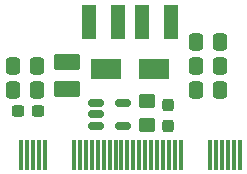
<source format=gbr>
%TF.GenerationSoftware,KiCad,Pcbnew,6.0.10-86aedd382b~118~ubuntu20.04.1*%
%TF.CreationDate,2023-02-01T16:29:48-05:00*%
%TF.ProjectId,Logitech Unifying 2242,4c6f6769-7465-4636-9820-556e69667969,A*%
%TF.SameCoordinates,Original*%
%TF.FileFunction,Paste,Top*%
%TF.FilePolarity,Positive*%
%FSLAX46Y46*%
G04 Gerber Fmt 4.6, Leading zero omitted, Abs format (unit mm)*
G04 Created by KiCad (PCBNEW 6.0.10-86aedd382b~118~ubuntu20.04.1) date 2023-02-01 16:29:48*
%MOMM*%
%LPD*%
G01*
G04 APERTURE LIST*
G04 Aperture macros list*
%AMRoundRect*
0 Rectangle with rounded corners*
0 $1 Rounding radius*
0 $2 $3 $4 $5 $6 $7 $8 $9 X,Y pos of 4 corners*
0 Add a 4 corners polygon primitive as box body*
4,1,4,$2,$3,$4,$5,$6,$7,$8,$9,$2,$3,0*
0 Add four circle primitives for the rounded corners*
1,1,$1+$1,$2,$3*
1,1,$1+$1,$4,$5*
1,1,$1+$1,$6,$7*
1,1,$1+$1,$8,$9*
0 Add four rect primitives between the rounded corners*
20,1,$1+$1,$2,$3,$4,$5,0*
20,1,$1+$1,$4,$5,$6,$7,0*
20,1,$1+$1,$6,$7,$8,$9,0*
20,1,$1+$1,$8,$9,$2,$3,0*%
G04 Aperture macros list end*
%ADD10R,0.350000X2.500000*%
%ADD11RoundRect,0.150000X-0.512500X-0.150000X0.512500X-0.150000X0.512500X0.150000X-0.512500X0.150000X0*%
%ADD12RoundRect,0.237500X0.237500X-0.300000X0.237500X0.300000X-0.237500X0.300000X-0.237500X-0.300000X0*%
%ADD13R,1.250000X3.000000*%
%ADD14RoundRect,0.250000X0.337500X0.475000X-0.337500X0.475000X-0.337500X-0.475000X0.337500X-0.475000X0*%
%ADD15RoundRect,0.250001X-0.849999X0.462499X-0.849999X-0.462499X0.849999X-0.462499X0.849999X0.462499X0*%
%ADD16RoundRect,0.250000X-0.337500X-0.475000X0.337500X-0.475000X0.337500X0.475000X-0.337500X0.475000X0*%
%ADD17RoundRect,0.237500X0.300000X0.237500X-0.300000X0.237500X-0.300000X-0.237500X0.300000X-0.237500X0*%
%ADD18R,2.500000X1.800000*%
%ADD19RoundRect,0.250000X-0.450000X0.350000X-0.450000X-0.350000X0.450000X-0.350000X0.450000X0.350000X0*%
G04 APERTURE END LIST*
D10*
%TO.C,J1*%
X147850000Y-119950000D03*
X147350000Y-119950000D03*
X146850000Y-119950000D03*
X146350000Y-119950000D03*
X145850000Y-119950000D03*
X145350000Y-119950000D03*
X142850000Y-119950000D03*
X142350000Y-119950000D03*
X141850000Y-119950000D03*
X141350000Y-119950000D03*
X140850000Y-119950000D03*
X140350000Y-119950000D03*
X139850000Y-119950000D03*
X139350000Y-119950000D03*
X138850000Y-119950000D03*
X138350000Y-119950000D03*
X137850000Y-119950000D03*
X137350000Y-119950000D03*
X136850000Y-119950000D03*
X136350000Y-119950000D03*
X135850000Y-119950000D03*
X135350000Y-119950000D03*
X134850000Y-119950000D03*
X134350000Y-119950000D03*
X133850000Y-119950000D03*
X131350000Y-119950000D03*
X130850000Y-119950000D03*
X130350000Y-119950000D03*
X129850000Y-119950000D03*
X129350000Y-119950000D03*
%TD*%
D11*
%TO.C,U1*%
X137937500Y-115558000D03*
X137937500Y-117458000D03*
X135662500Y-117458000D03*
X135662500Y-116508000D03*
X135662500Y-115558000D03*
%TD*%
D12*
%TO.C,C2*%
X141800000Y-115737500D03*
X141800000Y-117462500D03*
%TD*%
D13*
%TO.C,USB*%
X135078000Y-108664000D03*
X137578000Y-108664000D03*
X139578000Y-108664000D03*
X142078000Y-108664000D03*
%TD*%
D14*
%TO.C,C3.3*%
X128650500Y-112444000D03*
X130725500Y-112444000D03*
%TD*%
D15*
%TO.C,L1*%
X133244000Y-114368500D03*
X133244000Y-112043500D03*
%TD*%
D16*
%TO.C,C1.2*%
X146219500Y-112444000D03*
X144144500Y-112444000D03*
%TD*%
%TO.C,C1.1*%
X146219500Y-114476000D03*
X144144500Y-114476000D03*
%TD*%
D17*
%TO.C,C3.1*%
X129079500Y-116254000D03*
X130804500Y-116254000D03*
%TD*%
D14*
%TO.C,C3.2*%
X128650500Y-114476000D03*
X130725500Y-114476000D03*
%TD*%
D18*
%TO.C,D1*%
X136578000Y-112698000D03*
X140578000Y-112698000D03*
%TD*%
D19*
%TO.C,R1*%
X140000000Y-117400000D03*
X140000000Y-115400000D03*
%TD*%
D16*
%TO.C,C1.3*%
X146219500Y-110412000D03*
X144144500Y-110412000D03*
%TD*%
M02*

</source>
